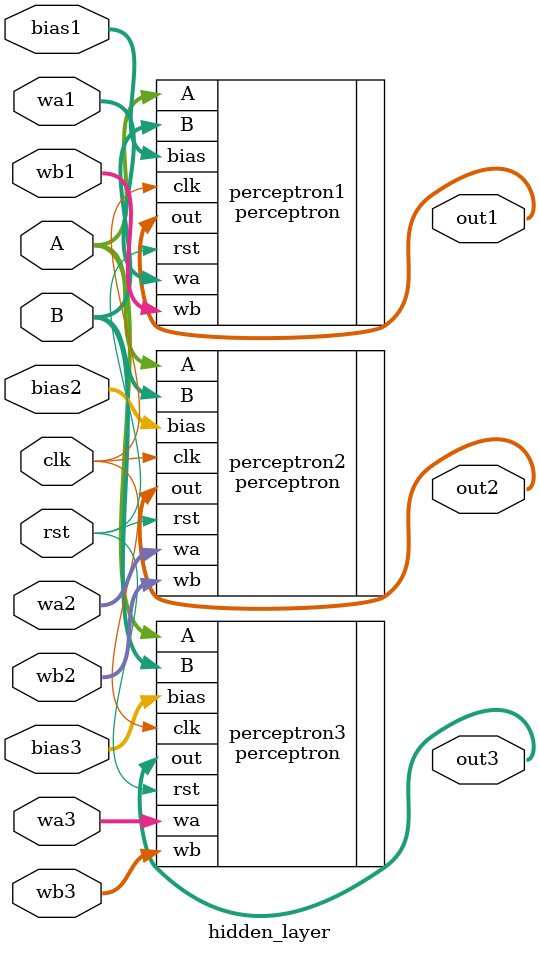
<source format=v>


module hidden_layer(clk, rst, A, B, wa1, wa2, wa3, wb1, wb2, wb3, bias1, bias2, bias3, out1, out2, out3);

parameter DWIDTH=32;
parameter frac=24;
input clk, rst;
input signed [DWIDTH-1:0] A, B, wa1, wa2, wa3, wb1, wb2, wb3, bias1, bias2, bias3;
output signed [DWIDTH-1:0] out1, out2, out3;

perceptron perceptron1(.clk(clk), .rst(rst), .A(A), .B(B), .wa(wa1), .wb(wb1), .bias(bias1), .out(out1));
perceptron perceptron2(.clk(clk), .rst(rst), .A(A), .B(B), .wa(wa2), .wb(wb2), .bias(bias2), .out(out2));
perceptron perceptron3(.clk(clk), .rst(rst), .A(A), .B(B), .wa(wa3), .wb(wb3), .bias(bias3), .out(out3));
endmodule

</source>
